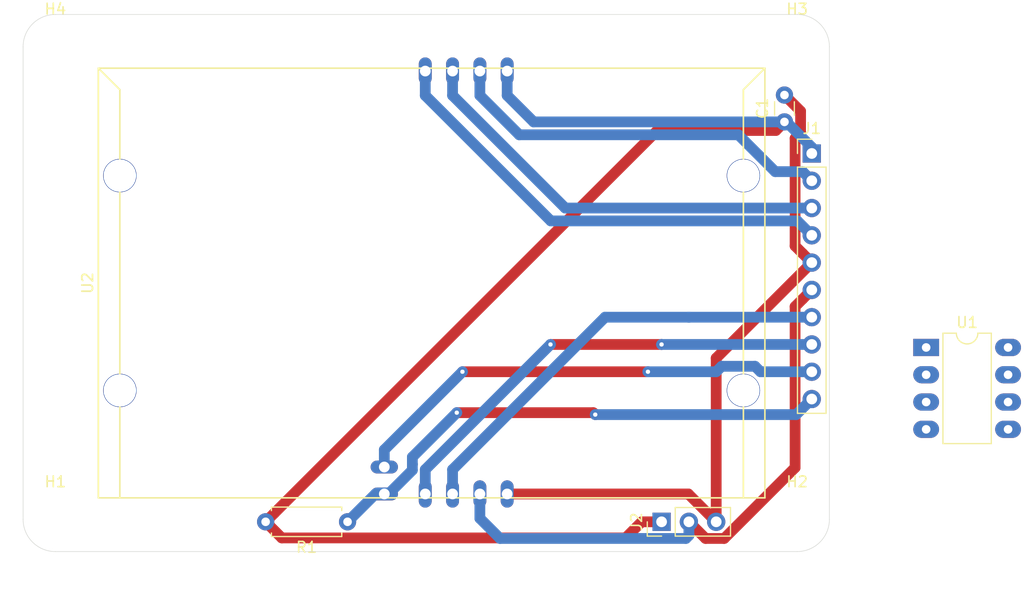
<source format=kicad_pcb>
(kicad_pcb (version 20171130) (host pcbnew "(5.1.5)-3")

  (general
    (thickness 1.6)
    (drawings 8)
    (tracks 90)
    (zones 0)
    (modules 10)
    (nets 11)
  )

  (page A4)
  (layers
    (0 F.Cu signal)
    (31 B.Cu signal)
    (32 B.Adhes user)
    (33 F.Adhes user)
    (34 B.Paste user)
    (35 F.Paste user)
    (36 B.SilkS user)
    (37 F.SilkS user)
    (38 B.Mask user)
    (39 F.Mask user)
    (40 Dwgs.User user)
    (41 Cmts.User user)
    (42 Eco1.User user)
    (43 Eco2.User user)
    (44 Edge.Cuts user)
    (45 Margin user)
    (46 B.CrtYd user)
    (47 F.CrtYd user)
    (48 B.Fab user)
    (49 F.Fab user)
  )

  (setup
    (last_trace_width 1)
    (trace_clearance 0.2)
    (zone_clearance 0.508)
    (zone_45_only no)
    (trace_min 0.2)
    (via_size 0.8)
    (via_drill 0.4)
    (via_min_size 0.4)
    (via_min_drill 0.3)
    (uvia_size 0.3)
    (uvia_drill 0.1)
    (uvias_allowed no)
    (uvia_min_size 0.2)
    (uvia_min_drill 0.1)
    (edge_width 0.05)
    (segment_width 0.2)
    (pcb_text_width 0.3)
    (pcb_text_size 1.5 1.5)
    (mod_edge_width 0.12)
    (mod_text_size 1 1)
    (mod_text_width 0.15)
    (pad_size 1.524 1.524)
    (pad_drill 0.762)
    (pad_to_mask_clearance 0.051)
    (solder_mask_min_width 0.25)
    (aux_axis_origin 0 0)
    (visible_elements 7FFFFFFF)
    (pcbplotparams
      (layerselection 0x010fc_ffffffff)
      (usegerberextensions false)
      (usegerberattributes false)
      (usegerberadvancedattributes false)
      (creategerberjobfile false)
      (excludeedgelayer true)
      (linewidth 0.100000)
      (plotframeref false)
      (viasonmask false)
      (mode 1)
      (useauxorigin false)
      (hpglpennumber 1)
      (hpglpenspeed 20)
      (hpglpendiameter 15.000000)
      (psnegative false)
      (psa4output false)
      (plotreference true)
      (plotvalue true)
      (plotinvisibletext false)
      (padsonsilk false)
      (subtractmaskfromsilk false)
      (outputformat 1)
      (mirror false)
      (drillshape 1)
      (scaleselection 1)
      (outputdirectory ""))
  )

  (net 0 "")
  (net 1 GND)
  (net 2 VCC)
  (net 3 /SCL)
  (net 4 /RESET)
  (net 5 /WP)
  (net 6 /SDA)
  (net 7 /SW2)
  (net 8 /SW1)
  (net 9 /AUX2)
  (net 10 /AUX1)

  (net_class Default "Dies ist die voreingestellte Netzklasse."
    (clearance 0.2)
    (trace_width 1)
    (via_dia 0.8)
    (via_drill 0.4)
    (uvia_dia 0.3)
    (uvia_drill 0.1)
    (add_net /AUX1)
    (add_net /AUX2)
    (add_net /RESET)
    (add_net /SCL)
    (add_net /SDA)
    (add_net /SW1)
    (add_net /SW2)
    (add_net /WP)
    (add_net GND)
    (add_net VCC)
  )

  (module ESP32EvalBoard:SmartCardReader (layer F.Cu) (tedit 5E0CFF2A) (tstamp 5E0D2A19)
    (at 20 60)
    (path /5E0CE83A)
    (fp_text reference U2 (at -1 -20 90) (layer F.SilkS)
      (effects (font (size 1 1) (thickness 0.15)))
    )
    (fp_text value SmartCardReader (at 32 -20) (layer F.Fab)
      (effects (font (size 1 1) (thickness 0.15)))
    )
    (fp_line (start 60 -38) (end 60 0) (layer F.SilkS) (width 0.15))
    (fp_line (start 62 -40) (end 60 -38) (layer F.SilkS) (width 0.15))
    (fp_line (start 2 -38) (end 2 0) (layer F.SilkS) (width 0.15))
    (fp_line (start 0 -40) (end 2 -38) (layer F.SilkS) (width 0.15))
    (fp_line (start 0 -40) (end 0 0) (layer F.CrtYd) (width 0.12))
    (fp_line (start 62 -40) (end 0 -40) (layer F.CrtYd) (width 0.12))
    (fp_line (start 62 0) (end 62 -40) (layer F.CrtYd) (width 0.12))
    (fp_line (start 0 0) (end 62 0) (layer F.CrtYd) (width 0.12))
    (fp_line (start 0 -40) (end 0 0) (layer F.SilkS) (width 0.15))
    (fp_line (start 62 -40) (end 0 -40) (layer F.SilkS) (width 0.15))
    (fp_line (start 62 0) (end 62 -40) (layer F.SilkS) (width 0.15))
    (fp_line (start 0 0) (end 62 0) (layer F.SilkS) (width 0.15))
    (pad "" np_thru_hole circle (at 60 -10) (size 3.1 3.1) (drill 3) (layers *.Cu *.Mask))
    (pad "" np_thru_hole circle (at 60 -30) (size 3.1 3.1) (drill 3) (layers *.Cu *.Mask))
    (pad "" np_thru_hole circle (at 2 -30) (size 3.1 3.1) (drill 3) (layers *.Cu *.Mask))
    (pad "" np_thru_hole circle (at 2 -10) (size 3.1 3.1) (drill 3) (layers *.Cu *.Mask))
    (pad 1 thru_hole oval (at 38.028 -39.732) (size 1.2 2.54) (drill 1) (layers *.Cu *.Mask)
      (net 2 VCC))
    (pad 2 thru_hole oval (at 35.488 -39.732) (size 1.2 2.54) (drill 1) (layers *.Cu *.Mask)
      (net 4 /RESET))
    (pad 5 thru_hole oval (at 38.028 -0.362) (size 1.2 2.54) (drill 1) (layers *.Cu *.Mask)
      (net 1 GND))
    (pad 3 thru_hole oval (at 32.948 -39.732) (size 1.2 2.54) (drill 1) (layers *.Cu *.Mask)
      (net 3 /SCL))
    (pad 6 thru_hole oval (at 35.488 -0.362) (size 1.2 2.54) (drill 1) (layers *.Cu *.Mask)
      (net 5 /WP))
    (pad 4 thru_hole oval (at 30.408 -39.732) (size 1.2 2.54) (drill 1) (layers *.Cu *.Mask)
      (net 10 /AUX1))
    (pad 7 thru_hole oval (at 32.948 -0.362) (size 1.2 2.54) (drill 1) (layers *.Cu *.Mask)
      (net 6 /SDA))
    (pad 10 thru_hole oval (at 26.598 -0.362 90) (size 1.2 2.54) (drill 1) (layers *.Cu *.Mask)
      (net 7 /SW2))
    (pad 8 thru_hole oval (at 30.408 -0.362) (size 1.2 2.54) (drill 1) (layers *.Cu *.Mask)
      (net 9 /AUX2))
    (pad 9 thru_hole oval (at 26.598 -2.872 90) (size 1.2 2.54) (drill 1) (layers *.Cu *.Mask)
      (net 8 /SW1))
  )

  (module Resistor_THT:R_Axial_DIN0207_L6.3mm_D2.5mm_P7.62mm_Horizontal (layer F.Cu) (tedit 5AE5139B) (tstamp 5E0D3051)
    (at 43.18 62.23 180)
    (descr "Resistor, Axial_DIN0207 series, Axial, Horizontal, pin pitch=7.62mm, 0.25W = 1/4W, length*diameter=6.3*2.5mm^2, http://cdn-reichelt.de/documents/datenblatt/B400/1_4W%23YAG.pdf")
    (tags "Resistor Axial_DIN0207 series Axial Horizontal pin pitch 7.62mm 0.25W = 1/4W length 6.3mm diameter 2.5mm")
    (path /5E0E73CD)
    (fp_text reference R1 (at 3.81 -2.37) (layer F.SilkS)
      (effects (font (size 1 1) (thickness 0.15)))
    )
    (fp_text value 10k (at 3.81 2.37) (layer F.Fab)
      (effects (font (size 1 1) (thickness 0.15)))
    )
    (fp_text user %R (at 3.81 0) (layer F.Fab)
      (effects (font (size 1 1) (thickness 0.15)))
    )
    (fp_line (start 8.67 -1.5) (end -1.05 -1.5) (layer F.CrtYd) (width 0.05))
    (fp_line (start 8.67 1.5) (end 8.67 -1.5) (layer F.CrtYd) (width 0.05))
    (fp_line (start -1.05 1.5) (end 8.67 1.5) (layer F.CrtYd) (width 0.05))
    (fp_line (start -1.05 -1.5) (end -1.05 1.5) (layer F.CrtYd) (width 0.05))
    (fp_line (start 7.08 1.37) (end 7.08 1.04) (layer F.SilkS) (width 0.12))
    (fp_line (start 0.54 1.37) (end 7.08 1.37) (layer F.SilkS) (width 0.12))
    (fp_line (start 0.54 1.04) (end 0.54 1.37) (layer F.SilkS) (width 0.12))
    (fp_line (start 7.08 -1.37) (end 7.08 -1.04) (layer F.SilkS) (width 0.12))
    (fp_line (start 0.54 -1.37) (end 7.08 -1.37) (layer F.SilkS) (width 0.12))
    (fp_line (start 0.54 -1.04) (end 0.54 -1.37) (layer F.SilkS) (width 0.12))
    (fp_line (start 7.62 0) (end 6.96 0) (layer F.Fab) (width 0.1))
    (fp_line (start 0 0) (end 0.66 0) (layer F.Fab) (width 0.1))
    (fp_line (start 6.96 -1.25) (end 0.66 -1.25) (layer F.Fab) (width 0.1))
    (fp_line (start 6.96 1.25) (end 6.96 -1.25) (layer F.Fab) (width 0.1))
    (fp_line (start 0.66 1.25) (end 6.96 1.25) (layer F.Fab) (width 0.1))
    (fp_line (start 0.66 -1.25) (end 0.66 1.25) (layer F.Fab) (width 0.1))
    (pad 2 thru_hole oval (at 7.62 0 180) (size 1.6 1.6) (drill 0.8) (layers *.Cu *.Mask)
      (net 2 VCC))
    (pad 1 thru_hole circle (at 0 0 180) (size 1.6 1.6) (drill 0.8) (layers *.Cu *.Mask)
      (net 7 /SW2))
    (model ${KISYS3DMOD}/Resistor_THT.3dshapes/R_Axial_DIN0207_L6.3mm_D2.5mm_P7.62mm_Horizontal.wrl
      (at (xyz 0 0 0))
      (scale (xyz 1 1 1))
      (rotate (xyz 0 0 0))
    )
  )

  (module Connector_PinHeader_2.54mm:PinHeader_1x03_P2.54mm_Vertical (layer F.Cu) (tedit 59FED5CC) (tstamp 5E0D3350)
    (at 72.39 62.23 90)
    (descr "Through hole straight pin header, 1x03, 2.54mm pitch, single row")
    (tags "Through hole pin header THT 1x03 2.54mm single row")
    (path /5E0F72DC)
    (fp_text reference J2 (at 0 -2.33 90) (layer F.SilkS)
      (effects (font (size 1 1) (thickness 0.15)))
    )
    (fp_text value Conn_01x03_Male (at 0 7.41 90) (layer F.Fab)
      (effects (font (size 1 1) (thickness 0.15)))
    )
    (fp_text user %R (at 0 2.54) (layer F.Fab)
      (effects (font (size 1 1) (thickness 0.15)))
    )
    (fp_line (start 1.8 -1.8) (end -1.8 -1.8) (layer F.CrtYd) (width 0.05))
    (fp_line (start 1.8 6.85) (end 1.8 -1.8) (layer F.CrtYd) (width 0.05))
    (fp_line (start -1.8 6.85) (end 1.8 6.85) (layer F.CrtYd) (width 0.05))
    (fp_line (start -1.8 -1.8) (end -1.8 6.85) (layer F.CrtYd) (width 0.05))
    (fp_line (start -1.33 -1.33) (end 0 -1.33) (layer F.SilkS) (width 0.12))
    (fp_line (start -1.33 0) (end -1.33 -1.33) (layer F.SilkS) (width 0.12))
    (fp_line (start -1.33 1.27) (end 1.33 1.27) (layer F.SilkS) (width 0.12))
    (fp_line (start 1.33 1.27) (end 1.33 6.41) (layer F.SilkS) (width 0.12))
    (fp_line (start -1.33 1.27) (end -1.33 6.41) (layer F.SilkS) (width 0.12))
    (fp_line (start -1.33 6.41) (end 1.33 6.41) (layer F.SilkS) (width 0.12))
    (fp_line (start -1.27 -0.635) (end -0.635 -1.27) (layer F.Fab) (width 0.1))
    (fp_line (start -1.27 6.35) (end -1.27 -0.635) (layer F.Fab) (width 0.1))
    (fp_line (start 1.27 6.35) (end -1.27 6.35) (layer F.Fab) (width 0.1))
    (fp_line (start 1.27 -1.27) (end 1.27 6.35) (layer F.Fab) (width 0.1))
    (fp_line (start -0.635 -1.27) (end 1.27 -1.27) (layer F.Fab) (width 0.1))
    (pad 3 thru_hole oval (at 0 5.08 90) (size 1.7 1.7) (drill 1) (layers *.Cu *.Mask)
      (net 1 GND))
    (pad 2 thru_hole oval (at 0 2.54 90) (size 1.7 1.7) (drill 1) (layers *.Cu *.Mask)
      (net 5 /WP))
    (pad 1 thru_hole rect (at 0 0 90) (size 1.7 1.7) (drill 1) (layers *.Cu *.Mask)
      (net 2 VCC))
    (model ${KISYS3DMOD}/Connector_PinHeader_2.54mm.3dshapes/PinHeader_1x03_P2.54mm_Vertical.wrl
      (at (xyz 0 0 0))
      (scale (xyz 1 1 1))
      (rotate (xyz 0 0 0))
    )
  )

  (module MountingHole:MountingHole_2.5mm (layer F.Cu) (tedit 56D1B4CB) (tstamp 5E0D2FE9)
    (at 16 18)
    (descr "Mounting Hole 2.5mm, no annular")
    (tags "mounting hole 2.5mm no annular")
    (path /5E0FD03C)
    (attr virtual)
    (fp_text reference H4 (at 0 -3.5) (layer F.SilkS)
      (effects (font (size 1 1) (thickness 0.15)))
    )
    (fp_text value MountingHole (at 0 3.5) (layer F.Fab)
      (effects (font (size 1 1) (thickness 0.15)))
    )
    (fp_circle (center 0 0) (end 2.75 0) (layer F.CrtYd) (width 0.05))
    (fp_circle (center 0 0) (end 2.5 0) (layer Cmts.User) (width 0.15))
    (fp_text user %R (at 0.3 0) (layer F.Fab)
      (effects (font (size 1 1) (thickness 0.15)))
    )
    (pad 1 np_thru_hole circle (at 0 0) (size 2.5 2.5) (drill 2.5) (layers *.Cu *.Mask))
  )

  (module MountingHole:MountingHole_2.5mm (layer F.Cu) (tedit 56D1B4CB) (tstamp 5E0D2FE1)
    (at 85 18)
    (descr "Mounting Hole 2.5mm, no annular")
    (tags "mounting hole 2.5mm no annular")
    (path /5E0FCF0F)
    (attr virtual)
    (fp_text reference H3 (at 0 -3.5) (layer F.SilkS)
      (effects (font (size 1 1) (thickness 0.15)))
    )
    (fp_text value MountingHole (at 0 3.5) (layer F.Fab)
      (effects (font (size 1 1) (thickness 0.15)))
    )
    (fp_circle (center 0 0) (end 2.75 0) (layer F.CrtYd) (width 0.05))
    (fp_circle (center 0 0) (end 2.5 0) (layer Cmts.User) (width 0.15))
    (fp_text user %R (at 0.3 0) (layer F.Fab)
      (effects (font (size 1 1) (thickness 0.15)))
    )
    (pad 1 np_thru_hole circle (at 0 0) (size 2.5 2.5) (drill 2.5) (layers *.Cu *.Mask))
  )

  (module MountingHole:MountingHole_2.5mm (layer F.Cu) (tedit 56D1B4CB) (tstamp 5E0D2FD9)
    (at 85 62)
    (descr "Mounting Hole 2.5mm, no annular")
    (tags "mounting hole 2.5mm no annular")
    (path /5E0FCE09)
    (attr virtual)
    (fp_text reference H2 (at 0 -3.5) (layer F.SilkS)
      (effects (font (size 1 1) (thickness 0.15)))
    )
    (fp_text value MountingHole (at 0 3.5) (layer F.Fab)
      (effects (font (size 1 1) (thickness 0.15)))
    )
    (fp_circle (center 0 0) (end 2.75 0) (layer F.CrtYd) (width 0.05))
    (fp_circle (center 0 0) (end 2.5 0) (layer Cmts.User) (width 0.15))
    (fp_text user %R (at 0.3 0) (layer F.Fab)
      (effects (font (size 1 1) (thickness 0.15)))
    )
    (pad 1 np_thru_hole circle (at 0 0) (size 2.5 2.5) (drill 2.5) (layers *.Cu *.Mask))
  )

  (module MountingHole:MountingHole_2.5mm (layer F.Cu) (tedit 56D1B4CB) (tstamp 5E0D2FD1)
    (at 16 62)
    (descr "Mounting Hole 2.5mm, no annular")
    (tags "mounting hole 2.5mm no annular")
    (path /5E0FC8F8)
    (attr virtual)
    (fp_text reference H1 (at 0 -3.5) (layer F.SilkS)
      (effects (font (size 1 1) (thickness 0.15)))
    )
    (fp_text value MountingHole (at 0 3.5) (layer F.Fab)
      (effects (font (size 1 1) (thickness 0.15)))
    )
    (fp_circle (center 0 0) (end 2.75 0) (layer F.CrtYd) (width 0.05))
    (fp_circle (center 0 0) (end 2.5 0) (layer Cmts.User) (width 0.15))
    (fp_text user %R (at 0.3 0) (layer F.Fab)
      (effects (font (size 1 1) (thickness 0.15)))
    )
    (pad 1 np_thru_hole circle (at 0 0) (size 2.5 2.5) (drill 2.5) (layers *.Cu *.Mask))
  )

  (module Package_DIP:DIP-8_W7.62mm_LongPads (layer F.Cu) (tedit 5A02E8C5) (tstamp 5E0D29FB)
    (at 97 46)
    (descr "8-lead though-hole mounted DIP package, row spacing 7.62 mm (300 mils), LongPads")
    (tags "THT DIP DIL PDIP 2.54mm 7.62mm 300mil LongPads")
    (path /5E0CF1B5)
    (fp_text reference U1 (at 3.81 -2.33) (layer F.SilkS)
      (effects (font (size 1 1) (thickness 0.15)))
    )
    (fp_text value 24LC64 (at 3.81 9.95) (layer F.Fab)
      (effects (font (size 1 1) (thickness 0.15)))
    )
    (fp_text user %R (at 3.81 3.81) (layer F.Fab)
      (effects (font (size 1 1) (thickness 0.15)))
    )
    (fp_line (start 9.1 -1.55) (end -1.45 -1.55) (layer F.CrtYd) (width 0.05))
    (fp_line (start 9.1 9.15) (end 9.1 -1.55) (layer F.CrtYd) (width 0.05))
    (fp_line (start -1.45 9.15) (end 9.1 9.15) (layer F.CrtYd) (width 0.05))
    (fp_line (start -1.45 -1.55) (end -1.45 9.15) (layer F.CrtYd) (width 0.05))
    (fp_line (start 6.06 -1.33) (end 4.81 -1.33) (layer F.SilkS) (width 0.12))
    (fp_line (start 6.06 8.95) (end 6.06 -1.33) (layer F.SilkS) (width 0.12))
    (fp_line (start 1.56 8.95) (end 6.06 8.95) (layer F.SilkS) (width 0.12))
    (fp_line (start 1.56 -1.33) (end 1.56 8.95) (layer F.SilkS) (width 0.12))
    (fp_line (start 2.81 -1.33) (end 1.56 -1.33) (layer F.SilkS) (width 0.12))
    (fp_line (start 0.635 -0.27) (end 1.635 -1.27) (layer F.Fab) (width 0.1))
    (fp_line (start 0.635 8.89) (end 0.635 -0.27) (layer F.Fab) (width 0.1))
    (fp_line (start 6.985 8.89) (end 0.635 8.89) (layer F.Fab) (width 0.1))
    (fp_line (start 6.985 -1.27) (end 6.985 8.89) (layer F.Fab) (width 0.1))
    (fp_line (start 1.635 -1.27) (end 6.985 -1.27) (layer F.Fab) (width 0.1))
    (fp_arc (start 3.81 -1.33) (end 2.81 -1.33) (angle -180) (layer F.SilkS) (width 0.12))
    (pad 8 thru_hole oval (at 7.62 0) (size 2.4 1.6) (drill 0.8) (layers *.Cu *.Mask)
      (net 2 VCC))
    (pad 4 thru_hole oval (at 0 7.62) (size 2.4 1.6) (drill 0.8) (layers *.Cu *.Mask)
      (net 1 GND))
    (pad 7 thru_hole oval (at 7.62 2.54) (size 2.4 1.6) (drill 0.8) (layers *.Cu *.Mask)
      (net 5 /WP))
    (pad 3 thru_hole oval (at 0 5.08) (size 2.4 1.6) (drill 0.8) (layers *.Cu *.Mask))
    (pad 6 thru_hole oval (at 7.62 5.08) (size 2.4 1.6) (drill 0.8) (layers *.Cu *.Mask)
      (net 3 /SCL))
    (pad 2 thru_hole oval (at 0 2.54) (size 2.4 1.6) (drill 0.8) (layers *.Cu *.Mask))
    (pad 5 thru_hole oval (at 7.62 7.62) (size 2.4 1.6) (drill 0.8) (layers *.Cu *.Mask)
      (net 6 /SDA))
    (pad 1 thru_hole rect (at 0 0) (size 2.4 1.6) (drill 0.8) (layers *.Cu *.Mask))
    (model ${KISYS3DMOD}/Package_DIP.3dshapes/DIP-8_W7.62mm.wrl
      (at (xyz 0 0 0))
      (scale (xyz 1 1 1))
      (rotate (xyz 0 0 0))
    )
  )

  (module Connector_PinHeader_2.54mm:PinHeader_1x10_P2.54mm_Vertical (layer F.Cu) (tedit 59FED5CC) (tstamp 5E0D4079)
    (at 86.36 27.94)
    (descr "Through hole straight pin header, 1x10, 2.54mm pitch, single row")
    (tags "Through hole pin header THT 1x10 2.54mm single row")
    (path /5E0D0D10)
    (fp_text reference J1 (at 0 -2.33) (layer F.SilkS)
      (effects (font (size 1 1) (thickness 0.15)))
    )
    (fp_text value Conn_01x10_Male (at 0 25.19) (layer F.Fab)
      (effects (font (size 1 1) (thickness 0.15)))
    )
    (fp_text user %R (at 0 11.43 90) (layer F.Fab)
      (effects (font (size 1 1) (thickness 0.15)))
    )
    (fp_line (start 1.8 -1.8) (end -1.8 -1.8) (layer F.CrtYd) (width 0.05))
    (fp_line (start 1.8 24.65) (end 1.8 -1.8) (layer F.CrtYd) (width 0.05))
    (fp_line (start -1.8 24.65) (end 1.8 24.65) (layer F.CrtYd) (width 0.05))
    (fp_line (start -1.8 -1.8) (end -1.8 24.65) (layer F.CrtYd) (width 0.05))
    (fp_line (start -1.33 -1.33) (end 0 -1.33) (layer F.SilkS) (width 0.12))
    (fp_line (start -1.33 0) (end -1.33 -1.33) (layer F.SilkS) (width 0.12))
    (fp_line (start -1.33 1.27) (end 1.33 1.27) (layer F.SilkS) (width 0.12))
    (fp_line (start 1.33 1.27) (end 1.33 24.19) (layer F.SilkS) (width 0.12))
    (fp_line (start -1.33 1.27) (end -1.33 24.19) (layer F.SilkS) (width 0.12))
    (fp_line (start -1.33 24.19) (end 1.33 24.19) (layer F.SilkS) (width 0.12))
    (fp_line (start -1.27 -0.635) (end -0.635 -1.27) (layer F.Fab) (width 0.1))
    (fp_line (start -1.27 24.13) (end -1.27 -0.635) (layer F.Fab) (width 0.1))
    (fp_line (start 1.27 24.13) (end -1.27 24.13) (layer F.Fab) (width 0.1))
    (fp_line (start 1.27 -1.27) (end 1.27 24.13) (layer F.Fab) (width 0.1))
    (fp_line (start -0.635 -1.27) (end 1.27 -1.27) (layer F.Fab) (width 0.1))
    (pad 10 thru_hole oval (at 0 22.86) (size 1.7 1.7) (drill 1) (layers *.Cu *.Mask)
      (net 7 /SW2))
    (pad 9 thru_hole oval (at 0 20.32) (size 1.7 1.7) (drill 1) (layers *.Cu *.Mask)
      (net 8 /SW1))
    (pad 8 thru_hole oval (at 0 17.78) (size 1.7 1.7) (drill 1) (layers *.Cu *.Mask)
      (net 9 /AUX2))
    (pad 7 thru_hole oval (at 0 15.24) (size 1.7 1.7) (drill 1) (layers *.Cu *.Mask)
      (net 6 /SDA))
    (pad 6 thru_hole oval (at 0 12.7) (size 1.7 1.7) (drill 1) (layers *.Cu *.Mask)
      (net 5 /WP))
    (pad 5 thru_hole oval (at 0 10.16) (size 1.7 1.7) (drill 1) (layers *.Cu *.Mask)
      (net 1 GND))
    (pad 4 thru_hole oval (at 0 7.62) (size 1.7 1.7) (drill 1) (layers *.Cu *.Mask)
      (net 10 /AUX1))
    (pad 3 thru_hole oval (at 0 5.08) (size 1.7 1.7) (drill 1) (layers *.Cu *.Mask)
      (net 3 /SCL))
    (pad 2 thru_hole oval (at 0 2.54) (size 1.7 1.7) (drill 1) (layers *.Cu *.Mask)
      (net 4 /RESET))
    (pad 1 thru_hole rect (at 0 0) (size 1.7 1.7) (drill 1) (layers *.Cu *.Mask)
      (net 2 VCC))
    (model ${KISYS3DMOD}/Connector_PinHeader_2.54mm.3dshapes/PinHeader_1x10_P2.54mm_Vertical.wrl
      (at (xyz 0 0 0))
      (scale (xyz 1 1 1))
      (rotate (xyz 0 0 0))
    )
  )

  (module Capacitor_THT:C_Disc_D3.0mm_W1.6mm_P2.50mm (layer F.Cu) (tedit 5AE50EF0) (tstamp 5E0D41B3)
    (at 83.82 25 90)
    (descr "C, Disc series, Radial, pin pitch=2.50mm, , diameter*width=3.0*1.6mm^2, Capacitor, http://www.vishay.com/docs/45233/krseries.pdf")
    (tags "C Disc series Radial pin pitch 2.50mm  diameter 3.0mm width 1.6mm Capacitor")
    (path /5E0D5A9C)
    (fp_text reference C1 (at 1.25 -2.05 90) (layer F.SilkS)
      (effects (font (size 1 1) (thickness 0.15)))
    )
    (fp_text value 100n (at 1.25 2.05 90) (layer F.Fab)
      (effects (font (size 1 1) (thickness 0.15)))
    )
    (fp_text user %R (at 1.25 0 90) (layer F.Fab)
      (effects (font (size 0.6 0.6) (thickness 0.09)))
    )
    (fp_line (start 3.55 -1.05) (end -1.05 -1.05) (layer F.CrtYd) (width 0.05))
    (fp_line (start 3.55 1.05) (end 3.55 -1.05) (layer F.CrtYd) (width 0.05))
    (fp_line (start -1.05 1.05) (end 3.55 1.05) (layer F.CrtYd) (width 0.05))
    (fp_line (start -1.05 -1.05) (end -1.05 1.05) (layer F.CrtYd) (width 0.05))
    (fp_line (start 0.621 0.92) (end 1.879 0.92) (layer F.SilkS) (width 0.12))
    (fp_line (start 0.621 -0.92) (end 1.879 -0.92) (layer F.SilkS) (width 0.12))
    (fp_line (start 2.75 -0.8) (end -0.25 -0.8) (layer F.Fab) (width 0.1))
    (fp_line (start 2.75 0.8) (end 2.75 -0.8) (layer F.Fab) (width 0.1))
    (fp_line (start -0.25 0.8) (end 2.75 0.8) (layer F.Fab) (width 0.1))
    (fp_line (start -0.25 -0.8) (end -0.25 0.8) (layer F.Fab) (width 0.1))
    (pad 2 thru_hole circle (at 2.5 0 90) (size 1.6 1.6) (drill 0.8) (layers *.Cu *.Mask)
      (net 1 GND))
    (pad 1 thru_hole circle (at 0 0 90) (size 1.6 1.6) (drill 0.8) (layers *.Cu *.Mask)
      (net 2 VCC))
    (model ${KISYS3DMOD}/Capacitor_THT.3dshapes/C_Disc_D3.0mm_W1.6mm_P2.50mm.wrl
      (at (xyz 0 0 0))
      (scale (xyz 1 1 1))
      (rotate (xyz 0 0 0))
    )
  )

  (gr_arc (start 85 62) (end 85 65) (angle -90) (layer Edge.Cuts) (width 0.05))
  (gr_arc (start 16 62) (end 13 62) (angle -90) (layer Edge.Cuts) (width 0.05))
  (gr_arc (start 16 18) (end 16 15) (angle -90) (layer Edge.Cuts) (width 0.05))
  (gr_arc (start 85 18) (end 88 18) (angle -90) (layer Edge.Cuts) (width 0.05))
  (gr_line (start 13 62) (end 13 18) (layer Edge.Cuts) (width 0.05) (tstamp 5E0D2A7F))
  (gr_line (start 85 65) (end 16 65) (layer Edge.Cuts) (width 0.05))
  (gr_line (start 88 18) (end 88 62) (layer Edge.Cuts) (width 0.05))
  (gr_line (start 16 15) (end 85 15) (layer Edge.Cuts) (width 0.05))

  (segment (start 77.47 46.99) (end 77.47 62.23) (width 1) (layer F.Cu) (net 1))
  (segment (start 86.36 38.1) (end 77.47 46.99) (width 1) (layer F.Cu) (net 1))
  (segment (start 74.878 59.638) (end 77.47 62.23) (width 1) (layer F.Cu) (net 1))
  (segment (start 58.028 59.638) (end 74.878 59.638) (width 1) (layer F.Cu) (net 1))
  (segment (start 85.510001 37.250001) (end 86.36 38.1) (width 1) (layer F.Cu) (net 1))
  (segment (start 84.809999 36.549999) (end 85.510001 37.250001) (width 1) (layer F.Cu) (net 1))
  (segment (start 84.809999 26.529999) (end 84.809999 36.549999) (width 1) (layer F.Cu) (net 1))
  (segment (start 85.320001 26.019997) (end 84.809999 26.529999) (width 1) (layer F.Cu) (net 1))
  (segment (start 85.320001 24.000001) (end 85.320001 26.019997) (width 1) (layer F.Cu) (net 1))
  (segment (start 83.82 22.5) (end 85.320001 24.000001) (width 1) (layer F.Cu) (net 1))
  (segment (start 86.36 27.36) (end 84 25) (width 1) (layer B.Cu) (net 2))
  (segment (start 86.36 27.94) (end 86.36 27.36) (width 1) (layer B.Cu) (net 2))
  (segment (start 58.028 22.538) (end 58.028 20.268) (width 1) (layer B.Cu) (net 2))
  (segment (start 60.49 25) (end 58.028 22.538) (width 1) (layer B.Cu) (net 2))
  (segment (start 84 25) (end 60.49 25) (width 1) (layer B.Cu) (net 2))
  (segment (start 70.54 62.23) (end 72.39 62.23) (width 1) (layer F.Cu) (net 2))
  (segment (start 69.039999 63.730001) (end 70.54 62.23) (width 1) (layer F.Cu) (net 2))
  (segment (start 37.060001 63.730001) (end 69.039999 63.730001) (width 1) (layer F.Cu) (net 2))
  (segment (start 35.56 62.23) (end 37.060001 63.730001) (width 1) (layer F.Cu) (net 2))
  (segment (start 36.359999 61.430001) (end 35.56 62.23) (width 1) (layer F.Cu) (net 2))
  (segment (start 83.020001 25.799999) (end 71.990001 25.799999) (width 1) (layer F.Cu) (net 2))
  (segment (start 71.990001 25.799999) (end 36.359999 61.430001) (width 1) (layer F.Cu) (net 2))
  (segment (start 83.82 25) (end 83.020001 25.799999) (width 1) (layer F.Cu) (net 2))
  (segment (start 52.948 22.538) (end 52.948 20.268) (width 1) (layer B.Cu) (net 3))
  (segment (start 63.43 33.02) (end 52.948 22.538) (width 1) (layer B.Cu) (net 3))
  (segment (start 86.36 33.02) (end 63.43 33.02) (width 1) (layer B.Cu) (net 3))
  (segment (start 55.488 22.538) (end 55.488 20.268) (width 1) (layer B.Cu) (net 4))
  (segment (start 79.530011 26.200009) (end 59.150009 26.200009) (width 1) (layer B.Cu) (net 4))
  (segment (start 59.150009 26.200009) (end 55.488 22.538) (width 1) (layer B.Cu) (net 4))
  (segment (start 82.960003 29.630001) (end 79.530011 26.200009) (width 1) (layer B.Cu) (net 4))
  (segment (start 85.510001 29.630001) (end 82.960003 29.630001) (width 1) (layer B.Cu) (net 4))
  (segment (start 86.36 30.48) (end 85.510001 29.630001) (width 1) (layer B.Cu) (net 4))
  (segment (start 85.510001 41.489999) (end 86.36 40.64) (width 1) (layer F.Cu) (net 5))
  (segment (start 84.809999 42.190001) (end 85.510001 41.489999) (width 1) (layer F.Cu) (net 5))
  (segment (start 84.809999 57.184003) (end 84.809999 42.190001) (width 1) (layer F.Cu) (net 5))
  (segment (start 78.214001 63.780001) (end 84.809999 57.184003) (width 1) (layer F.Cu) (net 5))
  (segment (start 76.480001 63.780001) (end 78.214001 63.780001) (width 1) (layer F.Cu) (net 5))
  (segment (start 74.93 62.23) (end 76.480001 63.780001) (width 1) (layer F.Cu) (net 5))
  (segment (start 55.488 61.908) (end 55.488 59.638) (width 1) (layer B.Cu) (net 5))
  (segment (start 57.360001 63.780001) (end 55.488 61.908) (width 1) (layer B.Cu) (net 5))
  (segment (start 74.649999 63.780001) (end 57.360001 63.780001) (width 1) (layer B.Cu) (net 5))
  (segment (start 74.93 63.5) (end 74.649999 63.780001) (width 1) (layer B.Cu) (net 5))
  (segment (start 74.93 62.23) (end 74.93 63.5) (width 1) (layer B.Cu) (net 5))
  (segment (start 86.36 43.18) (end 74.93 43.18) (width 1) (layer B.Cu) (net 6))
  (segment (start 74.93 43.18) (end 74.93 43.18) (width 1) (layer B.Cu) (net 6) (tstamp 5E0D4235))
  (segment (start 67.136 43.18) (end 74.93 43.18) (width 1) (layer B.Cu) (net 6))
  (segment (start 52.948 57.368) (end 67.136 43.18) (width 1) (layer B.Cu) (net 6))
  (segment (start 52.948 59.638) (end 52.948 57.368) (width 1) (layer B.Cu) (net 6))
  (segment (start 84.909999 52.250001) (end 66.220001 52.250001) (width 1) (layer B.Cu) (net 7))
  (segment (start 86.36 50.8) (end 84.909999 52.250001) (width 1) (layer B.Cu) (net 7))
  (segment (start 66.220001 52.250001) (end 66.220001 52.250001) (width 1) (layer B.Cu) (net 7) (tstamp 5E0D423B))
  (via (at 66.220001 52.250001) (size 0.8) (drill 0.4) (layers F.Cu B.Cu) (net 7))
  (segment (start 49.20799 57.41801) (end 49.20799 56.87094) (width 1) (layer B.Cu) (net 7))
  (segment (start 46.598 59.638) (end 46.988 59.638) (width 1) (layer B.Cu) (net 7))
  (segment (start 46.988 59.638) (end 49.20799 57.41801) (width 1) (layer B.Cu) (net 7))
  (segment (start 49.20799 56.87094) (end 49.207991 56.870939) (width 1) (layer B.Cu) (net 7))
  (segment (start 49.20799 56.87094) (end 49.20799 56.20201) (width 1) (layer B.Cu) (net 7))
  (segment (start 49.20799 56.20201) (end 53.34 52.07) (width 1) (layer B.Cu) (net 7))
  (segment (start 53.34 52.07) (end 53.34 52.07) (width 1) (layer B.Cu) (net 7) (tstamp 5E0D4363))
  (via (at 53.34 52.07) (size 0.8) (drill 0.4) (layers F.Cu B.Cu) (net 7))
  (segment (start 66.04 52.07) (end 66.220001 52.250001) (width 1) (layer F.Cu) (net 7))
  (segment (start 53.34 52.07) (end 66.04 52.07) (width 1) (layer F.Cu) (net 7))
  (segment (start 45.772 59.638) (end 43.18 62.23) (width 1) (layer B.Cu) (net 7))
  (segment (start 46.598 59.638) (end 45.772 59.638) (width 1) (layer B.Cu) (net 7))
  (segment (start 46.598 57.128) (end 46.968 57.128) (width 1) (layer B.Cu) (net 8))
  (segment (start 77.47 48.26) (end 71.12 48.26) (width 1) (layer B.Cu) (net 8))
  (segment (start 71.12 48.26) (end 71.12 48.26) (width 1) (layer B.Cu) (net 8) (tstamp 5E0D4239))
  (segment (start 81.590002 48.26) (end 81.080001 47.749999) (width 1) (layer B.Cu) (net 8))
  (segment (start 81.080001 47.749999) (end 77.980001 47.749999) (width 1) (layer B.Cu) (net 8))
  (segment (start 86.36 48.26) (end 81.590002 48.26) (width 1) (layer B.Cu) (net 8))
  (segment (start 77.980001 47.749999) (end 77.47 48.26) (width 1) (layer B.Cu) (net 8))
  (via (at 71.12 48.26) (size 0.8) (drill 0.4) (layers F.Cu B.Cu) (net 8))
  (segment (start 46.598 55.528) (end 53.866 48.26) (width 1) (layer B.Cu) (net 8))
  (segment (start 46.598 57.128) (end 46.598 55.528) (width 1) (layer B.Cu) (net 8))
  (segment (start 53.866 48.26) (end 53.866 48.26) (width 1) (layer B.Cu) (net 8) (tstamp 5E0D4361))
  (via (at 53.866 48.26) (size 0.8) (drill 0.4) (layers F.Cu B.Cu) (net 8))
  (segment (start 53.866 48.26) (end 71.12 48.26) (width 1) (layer F.Cu) (net 8))
  (segment (start 86.36 45.72) (end 72.39 45.72) (width 1) (layer B.Cu) (net 9))
  (segment (start 72.39 45.72) (end 72.39 45.72) (width 1) (layer B.Cu) (net 9) (tstamp 5E0D4237))
  (segment (start 50.408 57.368) (end 62.056 45.72) (width 1) (layer B.Cu) (net 9))
  (segment (start 50.408 59.638) (end 50.408 57.368) (width 1) (layer B.Cu) (net 9))
  (segment (start 72.39 45.72) (end 72.39 45.72) (width 1) (layer B.Cu) (net 9) (tstamp 5E0D435D))
  (via (at 72.39 45.72) (size 0.8) (drill 0.4) (layers F.Cu B.Cu) (net 9))
  (segment (start 62.056 45.72) (end 62.056 45.72) (width 1) (layer B.Cu) (net 9) (tstamp 5E0D435F))
  (via (at 62.056 45.72) (size 0.8) (drill 0.4) (layers F.Cu B.Cu) (net 9))
  (segment (start 62.056 45.72) (end 72.39 45.72) (width 1) (layer F.Cu) (net 9))
  (segment (start 50.408 22.538) (end 50.408 20.268) (width 1) (layer B.Cu) (net 10))
  (segment (start 62.090014 34.220014) (end 50.408 22.538) (width 1) (layer B.Cu) (net 10))
  (segment (start 86.36 35.56) (end 85.020014 34.220014) (width 1) (layer B.Cu) (net 10))
  (segment (start 85.020014 34.220014) (end 62.090014 34.220014) (width 1) (layer B.Cu) (net 10))

)

</source>
